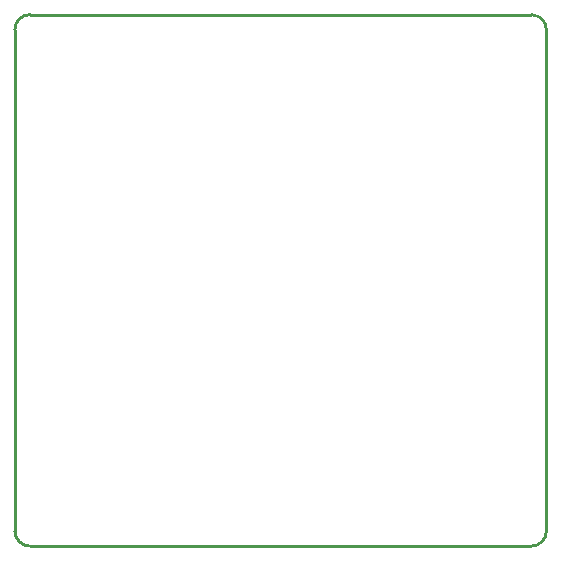
<source format=gko>
G04*
G04 #@! TF.GenerationSoftware,Altium Limited,Altium Designer,24.10.1 (45)*
G04*
G04 Layer_Color=16711935*
%FSLAX25Y25*%
%MOIN*%
G70*
G04*
G04 #@! TF.SameCoordinates,1F7DBCF5-7643-4606-9888-D8ADD4ED05EF*
G04*
G04*
G04 #@! TF.FilePolarity,Positive*
G04*
G01*
G75*
%ADD18C,0.01000*%
D18*
X172165Y0D02*
G03*
X177165Y5000I0J5000D01*
G01*
Y172165D02*
G03*
X172165Y177165I-5000J0D01*
G01*
X5000D02*
G03*
X0Y172165I0J-5000D01*
G01*
Y5000D02*
G03*
X5000Y0I5000J0D01*
G01*
Y0D02*
X172165Y0D01*
X177165Y5000D02*
Y172165D01*
X5000Y177165D02*
X172165D01*
X0Y5000D02*
Y172165D01*
M02*

</source>
